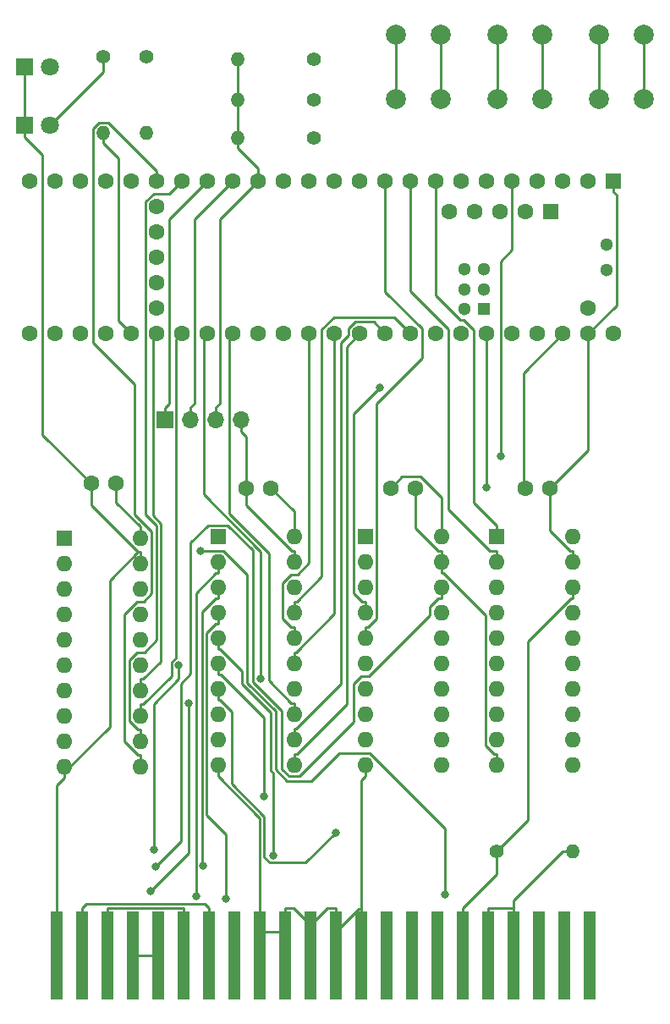
<source format=gtl>
G04 #@! TF.GenerationSoftware,KiCad,Pcbnew,(6.0.6)*
G04 #@! TF.CreationDate,2023-01-29T14:58:56+01:00*
G04 #@! TF.ProjectId,RTO_cart,52544f5f-6361-4727-942e-6b696361645f,rev?*
G04 #@! TF.SameCoordinates,Original*
G04 #@! TF.FileFunction,Copper,L1,Top*
G04 #@! TF.FilePolarity,Positive*
%FSLAX46Y46*%
G04 Gerber Fmt 4.6, Leading zero omitted, Abs format (unit mm)*
G04 Created by KiCad (PCBNEW (6.0.6)) date 2023-01-29 14:58:56*
%MOMM*%
%LPD*%
G01*
G04 APERTURE LIST*
G04 #@! TA.AperFunction,ComponentPad*
%ADD10C,1.400000*%
G04 #@! TD*
G04 #@! TA.AperFunction,ComponentPad*
%ADD11O,1.400000X1.400000*%
G04 #@! TD*
G04 #@! TA.AperFunction,ComponentPad*
%ADD12R,1.600000X1.600000*%
G04 #@! TD*
G04 #@! TA.AperFunction,ComponentPad*
%ADD13C,1.600000*%
G04 #@! TD*
G04 #@! TA.AperFunction,ComponentPad*
%ADD14R,1.300000X1.300000*%
G04 #@! TD*
G04 #@! TA.AperFunction,ComponentPad*
%ADD15C,1.300000*%
G04 #@! TD*
G04 #@! TA.AperFunction,ComponentPad*
%ADD16R,1.800000X1.800000*%
G04 #@! TD*
G04 #@! TA.AperFunction,ComponentPad*
%ADD17C,1.800000*%
G04 #@! TD*
G04 #@! TA.AperFunction,ComponentPad*
%ADD18C,2.000000*%
G04 #@! TD*
G04 #@! TA.AperFunction,ComponentPad*
%ADD19R,1.700000X1.700000*%
G04 #@! TD*
G04 #@! TA.AperFunction,ComponentPad*
%ADD20O,1.700000X1.700000*%
G04 #@! TD*
G04 #@! TA.AperFunction,ComponentPad*
%ADD21O,1.600000X1.600000*%
G04 #@! TD*
G04 #@! TA.AperFunction,ConnectorPad*
%ADD22R,1.270000X8.840000*%
G04 #@! TD*
G04 #@! TA.AperFunction,ViaPad*
%ADD23C,0.800000*%
G04 #@! TD*
G04 #@! TA.AperFunction,Conductor*
%ADD24C,0.250000*%
G04 #@! TD*
G04 APERTURE END LIST*
D10*
X117094000Y-106172000D03*
D11*
X109474000Y-106172000D03*
D10*
X100330000Y-98044000D03*
D11*
X100330000Y-105664000D03*
D12*
X147066000Y-110490000D03*
D13*
X144526000Y-110490000D03*
X141986000Y-110490000D03*
X139446000Y-110490000D03*
X136906000Y-110490000D03*
X134366000Y-110490000D03*
X131826000Y-110490000D03*
X129286000Y-110490000D03*
X126746000Y-110490000D03*
X124206000Y-110490000D03*
X121666000Y-110490000D03*
X119126000Y-110490000D03*
X116586000Y-110490000D03*
X114046000Y-110490000D03*
X111506000Y-110490000D03*
X108966000Y-110490000D03*
X106426000Y-110490000D03*
X103886000Y-110490000D03*
X101346000Y-110490000D03*
X98806000Y-110490000D03*
X96266000Y-110490000D03*
X93726000Y-110490000D03*
X91186000Y-110490000D03*
X88646000Y-110490000D03*
X88646000Y-125730000D03*
X91186000Y-125730000D03*
X93726000Y-125730000D03*
X96266000Y-125730000D03*
X98806000Y-125730000D03*
X101346000Y-125730000D03*
X103886000Y-125730000D03*
X106426000Y-125730000D03*
X108966000Y-125730000D03*
X111506000Y-125730000D03*
X114046000Y-125730000D03*
X116586000Y-125730000D03*
X119126000Y-125730000D03*
X121666000Y-125730000D03*
X124206000Y-125730000D03*
X126746000Y-125730000D03*
X129286000Y-125730000D03*
X131826000Y-125730000D03*
X134366000Y-125730000D03*
X136906000Y-125730000D03*
X139446000Y-125730000D03*
X141986000Y-125730000D03*
X144526000Y-125730000D03*
X147066000Y-125730000D03*
X144526000Y-123190000D03*
X101346000Y-113030000D03*
X101346000Y-115570000D03*
X101346000Y-118110000D03*
X101346000Y-120650000D03*
X101346000Y-123190000D03*
D12*
X140766800Y-113540800D03*
D13*
X138226800Y-113540800D03*
X135686800Y-113540800D03*
X133146800Y-113540800D03*
X130606800Y-113540800D03*
D14*
X134096000Y-123291600D03*
D15*
X134096000Y-121291600D03*
X134096000Y-119291600D03*
X132096000Y-119291600D03*
X132096000Y-121291600D03*
X132096000Y-123291600D03*
X146336000Y-119380000D03*
X146336000Y-116840000D03*
D16*
X88138000Y-104902000D03*
D17*
X90678000Y-104902000D03*
D18*
X129758000Y-102310000D03*
X129758000Y-95810000D03*
X125258000Y-95810000D03*
X125258000Y-102310000D03*
D10*
X117094000Y-98298000D03*
D11*
X109474000Y-98298000D03*
D18*
X150078000Y-95810000D03*
X150078000Y-102310000D03*
X145578000Y-95810000D03*
X145578000Y-102310000D03*
X139918000Y-102310000D03*
X139918000Y-95810000D03*
X135418000Y-102310000D03*
X135418000Y-95810000D03*
D19*
X102118000Y-134366000D03*
D20*
X104658000Y-134366000D03*
X107198000Y-134366000D03*
X109738000Y-134366000D03*
D10*
X96012000Y-98044000D03*
D11*
X96012000Y-105664000D03*
D13*
X138196000Y-141224000D03*
X140696000Y-141224000D03*
X112756000Y-141224000D03*
X110256000Y-141224000D03*
X97282000Y-140716000D03*
X94782000Y-140716000D03*
D12*
X122184000Y-146055000D03*
D21*
X122184000Y-148595000D03*
X122184000Y-151135000D03*
X122184000Y-153675000D03*
X122184000Y-156215000D03*
X122184000Y-158755000D03*
X122184000Y-161295000D03*
X122184000Y-163835000D03*
X122184000Y-166375000D03*
X122184000Y-168915000D03*
X129804000Y-168915000D03*
X129804000Y-166375000D03*
X129804000Y-163835000D03*
X129804000Y-161295000D03*
X129804000Y-158755000D03*
X129804000Y-156215000D03*
X129804000Y-153675000D03*
X129804000Y-151135000D03*
X129804000Y-148595000D03*
X129804000Y-146055000D03*
D12*
X92085000Y-146182000D03*
D21*
X92085000Y-148722000D03*
X92085000Y-151262000D03*
X92085000Y-153802000D03*
X92085000Y-156342000D03*
X92085000Y-158882000D03*
X92085000Y-161422000D03*
X92085000Y-163962000D03*
X92085000Y-166502000D03*
X92085000Y-169042000D03*
X99705000Y-169042000D03*
X99705000Y-166502000D03*
X99705000Y-163962000D03*
X99705000Y-161422000D03*
X99705000Y-158882000D03*
X99705000Y-156342000D03*
X99705000Y-153802000D03*
X99705000Y-151262000D03*
X99705000Y-148722000D03*
X99705000Y-146182000D03*
D12*
X135382000Y-146050000D03*
D21*
X135382000Y-148590000D03*
X135382000Y-151130000D03*
X135382000Y-153670000D03*
X135382000Y-156210000D03*
X135382000Y-158750000D03*
X135382000Y-161290000D03*
X135382000Y-163830000D03*
X135382000Y-166370000D03*
X135382000Y-168910000D03*
X143002000Y-168910000D03*
X143002000Y-166370000D03*
X143002000Y-163830000D03*
X143002000Y-161290000D03*
X143002000Y-158750000D03*
X143002000Y-156210000D03*
X143002000Y-153670000D03*
X143002000Y-151130000D03*
X143002000Y-148590000D03*
X143002000Y-146050000D03*
D12*
X107452000Y-146050000D03*
D21*
X107452000Y-148590000D03*
X107452000Y-151130000D03*
X107452000Y-153670000D03*
X107452000Y-156210000D03*
X107452000Y-158750000D03*
X107452000Y-161290000D03*
X107452000Y-163830000D03*
X107452000Y-166370000D03*
X107452000Y-168910000D03*
X115072000Y-168910000D03*
X115072000Y-166370000D03*
X115072000Y-163830000D03*
X115072000Y-161290000D03*
X115072000Y-158750000D03*
X115072000Y-156210000D03*
X115072000Y-153670000D03*
X115072000Y-151130000D03*
X115072000Y-148590000D03*
X115072000Y-146050000D03*
D10*
X117094000Y-102362000D03*
D11*
X109474000Y-102362000D03*
D13*
X124734000Y-141224000D03*
X127234000Y-141224000D03*
D22*
X144665700Y-187960000D03*
X142125700Y-187960000D03*
X139585700Y-187960000D03*
X137045700Y-187960000D03*
X134505700Y-187960000D03*
X131965700Y-187960000D03*
X129425700Y-187960000D03*
X126885700Y-187960000D03*
X124345700Y-187960000D03*
X121805700Y-187960000D03*
X119265700Y-187960000D03*
X116725700Y-187960000D03*
X114185700Y-187960000D03*
X111645700Y-187960000D03*
X109105700Y-187960000D03*
X106565700Y-187960000D03*
X104025700Y-187960000D03*
X101485700Y-187960000D03*
X98945700Y-187960000D03*
X96405700Y-187960000D03*
X93865700Y-187960000D03*
X91325700Y-187960000D03*
D10*
X135382000Y-177546000D03*
D11*
X143002000Y-177546000D03*
D16*
X88138000Y-99060000D03*
D17*
X90678000Y-99060000D03*
D23*
X123677900Y-131137600D03*
X135746600Y-138038600D03*
X134366000Y-141101000D03*
X111692900Y-160243800D03*
X101072100Y-177369100D03*
X103531900Y-158934000D03*
X100734300Y-181511600D03*
X104498900Y-162747000D03*
X101196900Y-179080000D03*
X105243500Y-181997100D03*
X105975200Y-179025700D03*
X108237100Y-182328400D03*
X112950500Y-177937100D03*
X112050300Y-172045500D03*
X119257600Y-175659000D03*
X130209900Y-181853500D03*
X105671200Y-147464800D03*
D24*
X139918000Y-95810000D02*
X139918000Y-102310000D01*
X129758000Y-95810000D02*
X129758000Y-102310000D01*
X97536000Y-124460000D02*
X98806000Y-125730000D01*
X97536000Y-108213100D02*
X97536000Y-124460000D01*
X96012000Y-106689100D02*
X97536000Y-108213100D01*
X96012000Y-105664000D02*
X96012000Y-106689100D01*
X96012000Y-99568000D02*
X90678000Y-104902000D01*
X96012000Y-98044000D02*
X96012000Y-99568000D01*
X135382000Y-148590000D02*
X135382000Y-147464900D01*
X126746000Y-121537900D02*
X126746000Y-110490000D01*
X130556000Y-125347900D02*
X126746000Y-121537900D01*
X130556000Y-143342100D02*
X130556000Y-125347900D01*
X134678800Y-147464900D02*
X130556000Y-143342100D01*
X135382000Y-147464900D02*
X134678800Y-147464900D01*
X135382000Y-146050000D02*
X135382000Y-144924900D01*
X133095700Y-142638600D02*
X135382000Y-144924900D01*
X133095700Y-125386100D02*
X133095700Y-142638600D01*
X132071700Y-124362100D02*
X133095700Y-125386100D01*
X131728900Y-124362100D02*
X132071700Y-124362100D01*
X129286000Y-121919200D02*
X131728900Y-124362100D01*
X129286000Y-110490000D02*
X129286000Y-121919200D01*
X150078000Y-102310000D02*
X150078000Y-95810000D01*
X125258000Y-102310000D02*
X125258000Y-95810000D01*
X104658000Y-134366000D02*
X104658000Y-133190900D01*
X105145100Y-114310900D02*
X108966000Y-110490000D01*
X105145100Y-132703800D02*
X105145100Y-114310900D01*
X104658000Y-133190900D02*
X105145100Y-132703800D01*
X135418000Y-95810000D02*
X135418000Y-102310000D01*
X102578100Y-132730800D02*
X102118000Y-133190900D01*
X102578100Y-114337900D02*
X102578100Y-132730800D01*
X106426000Y-110490000D02*
X102578100Y-114337900D01*
X102118000Y-134366000D02*
X102118000Y-133190900D01*
X143002000Y-151130000D02*
X143002000Y-152255100D01*
X131965700Y-187960000D02*
X131965700Y-183214900D01*
X138484600Y-174443400D02*
X135382000Y-177546000D01*
X138484600Y-156539300D02*
X138484600Y-174443400D01*
X142768800Y-152255100D02*
X138484600Y-156539300D01*
X143002000Y-152255100D02*
X142768800Y-152255100D01*
X135382000Y-179798600D02*
X131965700Y-183214900D01*
X135382000Y-177546000D02*
X135382000Y-179798600D01*
X115072000Y-143540000D02*
X112756000Y-141224000D01*
X115072000Y-146050000D02*
X115072000Y-143540000D01*
X97282000Y-142633900D02*
X97282000Y-140716000D01*
X99705000Y-145056900D02*
X97282000Y-142633900D01*
X99705000Y-146182000D02*
X99705000Y-145056900D01*
X138017000Y-129699000D02*
X141986000Y-125730000D01*
X138017000Y-141045000D02*
X138017000Y-129699000D01*
X138196000Y-141224000D02*
X138017000Y-141045000D01*
X129804000Y-142153800D02*
X129804000Y-146055000D01*
X127711800Y-140061600D02*
X129804000Y-142153800D01*
X125896400Y-140061600D02*
X127711800Y-140061600D01*
X124734000Y-141224000D02*
X125896400Y-140061600D01*
X109474000Y-98298000D02*
X109474000Y-102362000D01*
X107685100Y-114310900D02*
X111506000Y-110490000D01*
X107685100Y-132703800D02*
X107685100Y-114310900D01*
X107198000Y-133190900D02*
X107685100Y-132703800D01*
X107198000Y-134366000D02*
X107198000Y-133190900D01*
X109474000Y-102362000D02*
X109474000Y-106172000D01*
X111506000Y-109229100D02*
X111506000Y-110490000D01*
X109474000Y-107197100D02*
X111506000Y-109229100D01*
X109474000Y-106172000D02*
X109474000Y-107197100D01*
X121058800Y-133756700D02*
X123677900Y-131137600D01*
X121058800Y-151706000D02*
X121058800Y-133756700D01*
X121902700Y-152549900D02*
X121058800Y-151706000D01*
X122184000Y-152549900D02*
X121902700Y-152549900D01*
X122184000Y-153675000D02*
X122184000Y-152549900D01*
X135746600Y-118523400D02*
X135746600Y-138038600D01*
X136906000Y-117364000D02*
X135746600Y-118523400D01*
X136906000Y-110490000D02*
X136906000Y-117364000D01*
X134366000Y-141101000D02*
X134366000Y-125730000D01*
X99705000Y-161422000D02*
X99705000Y-160296900D01*
X100942600Y-126133400D02*
X101346000Y-125730000D01*
X100942600Y-143971700D02*
X100942600Y-126133400D01*
X101730300Y-144759400D02*
X100942600Y-143971700D01*
X101730300Y-158553000D02*
X101730300Y-144759400D01*
X99986400Y-160296900D02*
X101730300Y-158553000D01*
X99705000Y-160296900D02*
X99986400Y-160296900D01*
X99705000Y-163962000D02*
X99705000Y-162836900D01*
X99986300Y-162836900D02*
X99705000Y-162836900D01*
X102806800Y-160016400D02*
X99986300Y-162836900D01*
X102806800Y-158633700D02*
X102806800Y-160016400D01*
X103293200Y-158147300D02*
X102806800Y-158633700D01*
X103293200Y-126322800D02*
X103293200Y-158147300D01*
X103886000Y-125730000D02*
X103293200Y-126322800D01*
X99705000Y-166502000D02*
X99705000Y-165376900D01*
X102616000Y-111760000D02*
X103886000Y-110490000D01*
X101011900Y-111760000D02*
X102616000Y-111760000D01*
X100212100Y-112559800D02*
X101011900Y-111760000D01*
X100212100Y-143877900D02*
X100212100Y-112559800D01*
X101280200Y-144946000D02*
X100212100Y-143877900D01*
X101280200Y-156415000D02*
X101280200Y-144946000D01*
X100083200Y-157612000D02*
X101280200Y-156415000D01*
X99380200Y-157612000D02*
X100083200Y-157612000D01*
X98566100Y-158426100D02*
X99380200Y-157612000D01*
X98566100Y-164519300D02*
X98566100Y-158426100D01*
X99423700Y-165376900D02*
X98566100Y-164519300D01*
X99705000Y-165376900D02*
X99423700Y-165376900D01*
X101346000Y-109474100D02*
X101346000Y-110490000D01*
X96491000Y-104619100D02*
X101346000Y-109474100D01*
X95586100Y-104619100D02*
X96491000Y-104619100D01*
X94986800Y-105218400D02*
X95586100Y-104619100D01*
X94986800Y-126702700D02*
X94986800Y-105218400D01*
X99103300Y-130819200D02*
X94986800Y-126702700D01*
X99103300Y-143818500D02*
X99103300Y-130819200D01*
X100830100Y-145545300D02*
X99103300Y-143818500D01*
X100830100Y-151763100D02*
X100830100Y-145545300D01*
X100061200Y-152532000D02*
X100830100Y-151763100D01*
X99374800Y-152532000D02*
X100061200Y-152532000D01*
X98052300Y-153854500D02*
X99374800Y-152532000D01*
X98052300Y-166545500D02*
X98052300Y-153854500D01*
X99423700Y-167916900D02*
X98052300Y-166545500D01*
X99705000Y-167916900D02*
X99423700Y-167916900D01*
X99705000Y-169042000D02*
X99705000Y-167916900D01*
X125137600Y-124121600D02*
X126746000Y-125730000D01*
X119065400Y-124121600D02*
X125137600Y-124121600D01*
X117856600Y-125330400D02*
X119065400Y-124121600D01*
X117856600Y-150041600D02*
X117856600Y-125330400D01*
X115353300Y-152544900D02*
X117856600Y-150041600D01*
X115072000Y-152544900D02*
X115353300Y-152544900D01*
X115072000Y-153670000D02*
X115072000Y-152544900D01*
X116586000Y-148677700D02*
X116586000Y-125730000D01*
X115403700Y-149860000D02*
X116586000Y-148677700D01*
X114747200Y-149860000D02*
X115403700Y-149860000D01*
X113933100Y-150674100D02*
X114747200Y-149860000D01*
X113933100Y-154227300D02*
X113933100Y-150674100D01*
X114790700Y-155084900D02*
X113933100Y-154227300D01*
X115072000Y-155084900D02*
X114790700Y-155084900D01*
X115072000Y-156210000D02*
X115072000Y-155084900D01*
X115072000Y-158750000D02*
X115072000Y-157624900D01*
X115276300Y-157624900D02*
X115072000Y-157624900D01*
X119126000Y-153775200D02*
X115276300Y-157624900D01*
X119126000Y-125730000D02*
X119126000Y-153775200D01*
X106004700Y-126151300D02*
X106426000Y-125730000D01*
X106004700Y-141850100D02*
X106004700Y-126151300D01*
X111692900Y-147538300D02*
X106004700Y-141850100D01*
X111692900Y-160243800D02*
X111692900Y-147538300D01*
X115072000Y-163830000D02*
X115072000Y-162704900D01*
X108548000Y-126148000D02*
X108966000Y-125730000D01*
X108548000Y-143756700D02*
X108548000Y-126148000D01*
X112532400Y-147741100D02*
X108548000Y-143756700D01*
X112532400Y-160446600D02*
X112532400Y-147741100D01*
X114790700Y-162704900D02*
X112532400Y-160446600D01*
X115072000Y-162704900D02*
X114790700Y-162704900D01*
X115305100Y-165244900D02*
X115072000Y-165244900D01*
X119801000Y-160749000D02*
X115305100Y-165244900D01*
X119801000Y-126646300D02*
X119801000Y-160749000D01*
X120540800Y-125906500D02*
X119801000Y-126646300D01*
X120540800Y-125213800D02*
X120540800Y-125906500D01*
X121172900Y-124581700D02*
X120540800Y-125213800D01*
X123057700Y-124581700D02*
X121172900Y-124581700D01*
X124206000Y-125730000D02*
X123057700Y-124581700D01*
X115072000Y-166370000D02*
X115072000Y-165244900D01*
X115072000Y-168910000D02*
X115072000Y-167784900D01*
X115353300Y-167784900D02*
X115072000Y-167784900D01*
X120328500Y-162809700D02*
X115353300Y-167784900D01*
X120328500Y-127067500D02*
X120328500Y-162809700D01*
X121666000Y-125730000D02*
X120328500Y-127067500D01*
X103531900Y-160317300D02*
X103531900Y-158934000D01*
X101072100Y-162777100D02*
X103531900Y-160317300D01*
X101072100Y-177369100D02*
X101072100Y-162777100D01*
X104498900Y-177747000D02*
X104498900Y-162747000D01*
X100734300Y-181511600D02*
X104498900Y-177747000D01*
X129804000Y-151135000D02*
X129804000Y-152260100D01*
X103722500Y-176554400D02*
X101196900Y-179080000D01*
X103722500Y-160763400D02*
X103722500Y-176554400D01*
X104688500Y-159797400D02*
X103722500Y-160763400D01*
X104688500Y-146680400D02*
X104688500Y-159797400D01*
X106448400Y-144920500D02*
X104688500Y-146680400D01*
X108438600Y-144920500D02*
X106448400Y-144920500D01*
X110936000Y-147417900D02*
X108438600Y-144920500D01*
X110936000Y-160586000D02*
X110936000Y-147417900D01*
X113833000Y-163483000D02*
X110936000Y-160586000D01*
X113833000Y-169308500D02*
X113833000Y-163483000D01*
X114564700Y-170040200D02*
X113833000Y-169308500D01*
X115610200Y-170040200D02*
X114564700Y-170040200D01*
X121058800Y-164591600D02*
X115610200Y-170040200D01*
X121058800Y-160780900D02*
X121058800Y-164591600D01*
X121814700Y-160025000D02*
X121058800Y-160780900D01*
X122570700Y-160025000D02*
X121814700Y-160025000D01*
X128678900Y-153916800D02*
X122570700Y-160025000D01*
X128678900Y-153103800D02*
X128678900Y-153916800D01*
X129522600Y-152260100D02*
X128678900Y-153103800D01*
X129804000Y-152260100D02*
X129522600Y-152260100D01*
X98945700Y-187960000D02*
X101485700Y-187960000D01*
X104025700Y-183214900D02*
X96405700Y-183214900D01*
X104025700Y-187960000D02*
X104025700Y-183214900D01*
X96405700Y-187960000D02*
X96405700Y-183214900D01*
X107452000Y-148590000D02*
X107452000Y-149715100D01*
X105243500Y-151690400D02*
X105243500Y-181997100D01*
X107218800Y-149715100D02*
X105243500Y-151690400D01*
X107452000Y-149715100D02*
X107218800Y-149715100D01*
X94319000Y-182761600D02*
X93865700Y-183214900D01*
X106112400Y-182761600D02*
X94319000Y-182761600D01*
X106565700Y-183214900D02*
X106112400Y-182761600D01*
X106565700Y-187960000D02*
X106565700Y-183214900D01*
X93865700Y-187960000D02*
X93865700Y-183214900D01*
X107452000Y-151130000D02*
X107452000Y-152255100D01*
X107218800Y-152255100D02*
X107452000Y-152255100D01*
X105872300Y-153601600D02*
X107218800Y-152255100D01*
X105872300Y-178922800D02*
X105872300Y-153601600D01*
X105975200Y-179025700D02*
X105872300Y-178922800D01*
X107218800Y-154795100D02*
X107452000Y-154795100D01*
X106322500Y-155691400D02*
X107218800Y-154795100D01*
X106322500Y-173946200D02*
X106322500Y-155691400D01*
X108237100Y-175860800D02*
X106322500Y-173946200D01*
X108237100Y-182328400D02*
X108237100Y-175860800D01*
X107452000Y-153670000D02*
X107452000Y-154795100D01*
X107452000Y-156210000D02*
X107452000Y-157335100D01*
X112950500Y-169699200D02*
X112950500Y-177937100D01*
X112773600Y-169522300D02*
X112950500Y-169699200D01*
X112773600Y-163696800D02*
X112773600Y-169522300D01*
X109876500Y-160799700D02*
X112773600Y-163696800D01*
X109876500Y-159526500D02*
X109876500Y-160799700D01*
X107685100Y-157335100D02*
X109876500Y-159526500D01*
X107452000Y-157335100D02*
X107685100Y-157335100D01*
X107452000Y-158750000D02*
X107452000Y-159875100D01*
X112050300Y-164192100D02*
X112050300Y-172045500D01*
X107733300Y-159875100D02*
X112050300Y-164192100D01*
X107452000Y-159875100D02*
X107733300Y-159875100D01*
X107452000Y-161290000D02*
X107452000Y-162415100D01*
X107685100Y-162415100D02*
X107452000Y-162415100D01*
X108866800Y-163596800D02*
X107685100Y-162415100D01*
X108866800Y-170813200D02*
X108866800Y-163596800D01*
X112095900Y-174042300D02*
X108866800Y-170813200D01*
X112095900Y-178174100D02*
X112095900Y-174042300D01*
X112608000Y-178686200D02*
X112095900Y-178174100D01*
X116230400Y-178686200D02*
X112608000Y-178686200D01*
X119257600Y-175659000D02*
X116230400Y-178686200D01*
X124206000Y-121562700D02*
X124206000Y-110490000D01*
X127879000Y-125235700D02*
X124206000Y-121562700D01*
X127879000Y-128217800D02*
X127879000Y-125235700D01*
X123309100Y-132787700D02*
X127879000Y-128217800D01*
X123309100Y-154246200D02*
X123309100Y-132787700D01*
X122465400Y-155089900D02*
X123309100Y-154246200D01*
X122184000Y-155089900D02*
X122465400Y-155089900D01*
X122184000Y-156215000D02*
X122184000Y-155089900D01*
X145578000Y-102310000D02*
X145578000Y-95810000D01*
X130209900Y-175297800D02*
X130209900Y-181853500D01*
X122665600Y-167753500D02*
X130209900Y-175297800D01*
X119571500Y-167753500D02*
X122665600Y-167753500D01*
X116834700Y-170490300D02*
X119571500Y-167753500D01*
X114378200Y-170490300D02*
X116834700Y-170490300D01*
X113223700Y-169335800D02*
X114378200Y-170490300D01*
X113223700Y-163510300D02*
X113223700Y-169335800D01*
X110379400Y-160666000D02*
X113223700Y-163510300D01*
X110379400Y-149881900D02*
X110379400Y-160666000D01*
X107962300Y-147464800D02*
X110379400Y-149881900D01*
X105671200Y-147464800D02*
X107962300Y-147464800D01*
X91325700Y-170926400D02*
X92085000Y-170167100D01*
X91325700Y-187960000D02*
X91325700Y-170926400D01*
X118425600Y-183214900D02*
X119265700Y-183214900D01*
X116725700Y-184914800D02*
X118425600Y-183214900D01*
X116725700Y-185587400D02*
X116725700Y-184914800D01*
X119265700Y-187960000D02*
X119265700Y-185587400D01*
X119265700Y-185587400D02*
X119265700Y-183214900D01*
X121805700Y-187960000D02*
X121805700Y-183327400D01*
X121805700Y-170418400D02*
X122184000Y-170040100D01*
X121805700Y-183327400D02*
X121805700Y-170418400D01*
X122184000Y-168915000D02*
X122184000Y-170040100D01*
X121525700Y-183327400D02*
X121805700Y-183327400D01*
X119265700Y-185587400D02*
X121525700Y-183327400D01*
X134505700Y-183214900D02*
X137045700Y-183214900D01*
X134505700Y-187960000D02*
X134505700Y-183214900D01*
X137045700Y-187960000D02*
X137045700Y-183327400D01*
X137045700Y-183327400D02*
X137045700Y-183214900D01*
X137045700Y-182477200D02*
X141976900Y-177546000D01*
X137045700Y-183214900D02*
X137045700Y-182477200D01*
X143002000Y-177546000D02*
X141976900Y-177546000D01*
X107452000Y-168910000D02*
X107452000Y-170035100D01*
X143002000Y-148590000D02*
X143002000Y-147464900D01*
X127234000Y-145181200D02*
X127234000Y-141224000D01*
X129522700Y-147469900D02*
X127234000Y-145181200D01*
X129804000Y-147469900D02*
X129522700Y-147469900D01*
X129804000Y-148595000D02*
X129804000Y-147469900D01*
X130037100Y-149720100D02*
X129804000Y-149720100D01*
X134256900Y-153939900D02*
X130037100Y-149720100D01*
X134256900Y-166941200D02*
X134256900Y-153939900D01*
X135100600Y-167784900D02*
X134256900Y-166941200D01*
X135382000Y-167784900D02*
X135100600Y-167784900D01*
X135382000Y-168910000D02*
X135382000Y-167784900D01*
X129804000Y-148595000D02*
X129804000Y-149720100D01*
X140696000Y-145440200D02*
X140696000Y-141224000D01*
X142720700Y-147464900D02*
X140696000Y-145440200D01*
X143002000Y-147464900D02*
X142720700Y-147464900D01*
X88138000Y-99060000D02*
X88138000Y-104902000D01*
X88138000Y-104902000D02*
X88138000Y-106127100D01*
X147066000Y-110490000D02*
X147066000Y-111615100D01*
X144526000Y-137394000D02*
X144526000Y-125730000D01*
X140696000Y-141224000D02*
X144526000Y-137394000D01*
X147329600Y-111878700D02*
X147066000Y-111615100D01*
X147329600Y-122926400D02*
X147329600Y-111878700D01*
X144526000Y-125730000D02*
X147329600Y-122926400D01*
X115072000Y-148590000D02*
X115072000Y-147464900D01*
X111645700Y-174228800D02*
X111645700Y-183214900D01*
X107452000Y-170035100D02*
X111645700Y-174228800D01*
X99705000Y-148722000D02*
X99705000Y-147596900D01*
X89916000Y-135850000D02*
X94782000Y-140716000D01*
X89916000Y-107905100D02*
X89916000Y-135850000D01*
X88138000Y-106127100D02*
X89916000Y-107905100D01*
X92085000Y-169042000D02*
X92085000Y-169604500D01*
X92085000Y-169604500D02*
X92085000Y-170167100D01*
X96607200Y-150461500D02*
X99471800Y-147596900D01*
X96607200Y-165082300D02*
X96607200Y-150461500D01*
X92085000Y-169604500D02*
X96607200Y-165082300D01*
X94782000Y-142907100D02*
X99471800Y-147596900D01*
X94782000Y-140716000D02*
X94782000Y-142907100D01*
X99471800Y-147596900D02*
X99705000Y-147596900D01*
X110256000Y-142882100D02*
X110256000Y-141224000D01*
X114838800Y-147464900D02*
X110256000Y-142882100D01*
X115072000Y-147464900D02*
X114838800Y-147464900D01*
X110256000Y-136059100D02*
X109738000Y-135541100D01*
X110256000Y-141224000D02*
X110256000Y-136059100D01*
X109738000Y-134366000D02*
X109738000Y-135541100D01*
X116725700Y-187960000D02*
X116725700Y-186773700D01*
X116725700Y-186773700D02*
X116725700Y-185587400D01*
X115025800Y-183214900D02*
X114185700Y-183214900D01*
X116725700Y-184914800D02*
X115025800Y-183214900D01*
X116725700Y-185587400D02*
X116725700Y-184914800D01*
X111645700Y-185587400D02*
X114185700Y-185587400D01*
X114185700Y-187960000D02*
X114185700Y-185587400D01*
X114185700Y-185587400D02*
X114185700Y-183214900D01*
X111645700Y-187960000D02*
X111645700Y-185587400D01*
X111645700Y-185587400D02*
X111645700Y-183214900D01*
M02*

</source>
